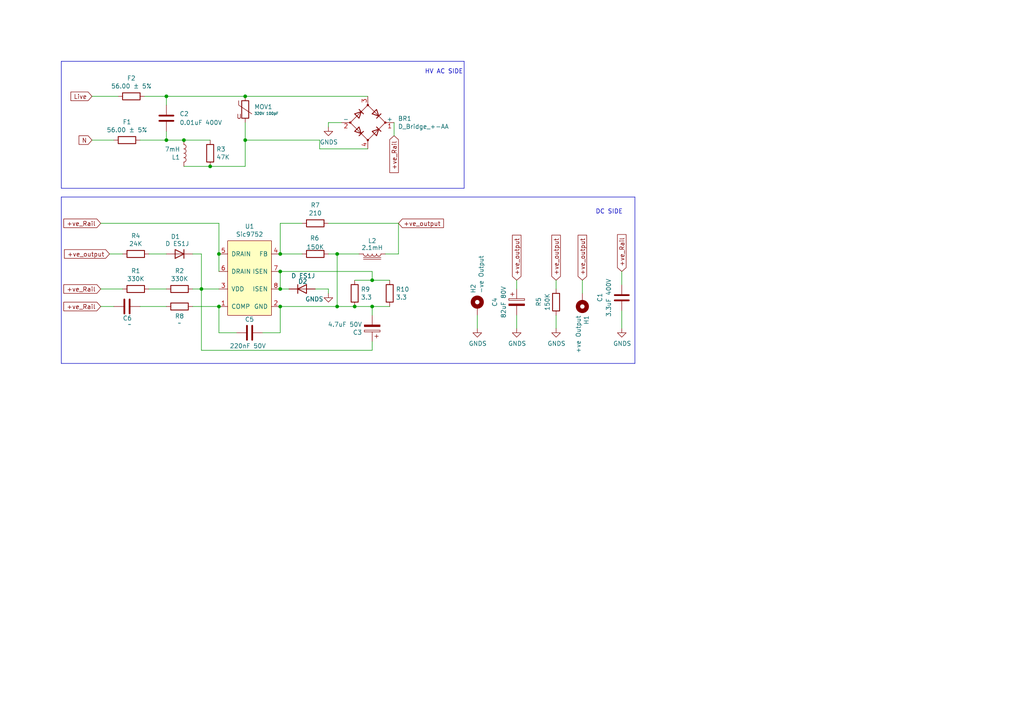
<source format=kicad_sch>
(kicad_sch (version 20230121) (generator eeschema)
  (paper "A4")
  (lib_symbols
    (symbol "Device:C" (pin_numbers hide) (pin_names (offset 0.254))
      (property "Reference" "C" (at 0.635 2.54 0))
      (property "Value" "C" (at 0.635 -2.54 0))
      (symbol "C_0_1"
        (polyline (pts (xy -2.032 -0.762) (xy 2.032 -0.762)) (stroke (width 0.508)))
        (polyline (pts (xy -2.032 0.762) (xy 2.032 0.762)) (stroke (width 0.508)))
      )
      (symbol "C_1_1"
        (pin passive line (at 0 3.81 270) (length 2.794) (name "~") (number "1"))
        (pin passive line (at 0 -3.81 90) (length 2.794) (name "~") (number "2"))
      )
    )
    (symbol "Device:C_Polarized" (pin_numbers hide) (pin_names (offset 0.254))
      (property "Reference" "C" (at 0.635 2.54 0))
      (property "Value" "C_Polarized" (at 0.635 -2.54 0))
      (symbol "C_Polarized_0_1"
        (rectangle (start -2.286 0.508) (end 2.286 1.016))
        (polyline (pts (xy -1.778 2.286) (xy -0.762 2.286)))
        (polyline (pts (xy -1.27 2.794) (xy -1.27 1.778)))
        (rectangle (start 2.286 -0.508) (end -2.286 -1.016) (fill (type outline)))
      )
      (symbol "C_Polarized_1_1"
        (pin passive line (at 0 3.81 270) (length 2.794) (name "~") (number "1"))
        (pin passive line (at 0 -3.81 90) (length 2.794) (name "~") (number "2"))
      )
    )
    (symbol "Device:D" (pin_numbers hide) (pin_names (offset 1.016) hide)
      (property "Reference" "D" (at 0 2.54 0))
      (property "Value" "D" (at 0 -2.54 0))
      (symbol "D_0_1"
        (polyline (pts (xy -1.27 1.27) (xy -1.27 -1.27)) (stroke (width 0.254)))
        (polyline (pts (xy 1.27 0) (xy -1.27 0)))
        (polyline (pts (xy 1.27 1.27) (xy 1.27 -1.27) (xy -1.27 0) (xy 1.27 1.27)) (stroke (width 0.254)))
      )
      (symbol "D_1_1"
        (pin passive line (at -3.81 0 0) (length 2.54) (name "K") (number "1"))
        (pin passive line (at 3.81 0 180) (length 2.54) (name "A") (number "2"))
      )
    )
    (symbol "Device:D_Bridge_+-AA" (pin_names (offset 0))
      (property "Reference" "D" (at 2.54 6.985 0))
      (property "Value" "D_Bridge_+-AA" (at 2.54 5.08 0))
      (symbol "D_Bridge_+-AA_0_1"
        (circle (center -5.08 0) (radius 0.254) (fill (type outline)))
        (circle (center 0 -5.08) (radius 0.254) (fill (type outline)))
        (polyline (pts (xy -2.54 3.81) (xy -1.27 2.54)) (stroke (width 0.254)))
        (polyline (pts (xy -1.27 -2.54) (xy -2.54 -3.81)) (stroke (width 0.254)))
        (polyline (pts (xy 2.54 -1.27) (xy 3.81 -2.54)) (stroke (width 0.254)))
        (polyline (pts (xy 2.54 1.27) (xy 3.81 2.54)) (stroke (width 0.254)))
        (polyline (pts (xy -3.81 2.54) (xy -2.54 1.27) (xy -1.905 3.175) (xy -3.81 2.54)) (stroke (width 0.254)))
        (polyline (pts (xy -2.54 -1.27) (xy -3.81 -2.54) (xy -1.905 -3.175) (xy -2.54 -1.27)) (stroke (width 0.254)))
        (polyline (pts (xy 1.27 2.54) (xy 2.54 3.81) (xy 3.175 1.905) (xy 1.27 2.54)) (stroke (width 0.254)))
        (polyline (pts (xy 3.175 -1.905) (xy 1.27 -2.54) (xy 2.54 -3.81) (xy 3.175 -1.905)) (stroke (width 0.254)))
        (polyline (pts (xy -5.08 0) (xy 0 -5.08) (xy 5.08 0) (xy 0 5.08) (xy -5.08 0)))
        (circle (center 0 5.08) (radius 0.254) (fill (type outline)))
        (circle (center 5.08 0) (radius 0.254) (fill (type outline)))
      )
      (symbol "D_Bridge_+-AA_1_1"
        (pin passive line (at 7.62 0 180) (length 2.54) (name "+") (number "1"))
        (pin passive line (at -7.62 0 0) (length 2.54) (name "-") (number "2"))
        (pin passive line (at 0 7.62 270) (length 2.54) (name "~") (number "3"))
        (pin passive line (at 0 -7.62 90) (length 2.54) (name "~") (number "4"))
      )
    )
    (symbol "Device:L" (pin_numbers hide) (pin_names (offset 1.016) hide)
      (property "Reference" "L" (at -1.27 0 90))
      (property "Value" "L" (at 1.905 0 90))
      (symbol "L_0_1"
        (arc (start 0 -2.54) (mid 0.6323 -1.905) (end 0 -1.27))
        (arc (start 0 -1.27) (mid 0.6323 -0.635) (end 0 0))
        (arc (start 0 0) (mid 0.6323 0.635) (end 0 1.27))
        (arc (start 0 1.27) (mid 0.6323 1.905) (end 0 2.54))
      )
      (symbol "L_1_1"
        (pin passive line (at 0 3.81 270) (length 1.27) (name "1") (number "1"))
        (pin passive line (at 0 -3.81 90) (length 1.27) (name "2") (number "2"))
      )
    )
    (symbol "Device:L_Iron" (pin_numbers hide) (pin_names (offset 1.016) hide)
      (property "Reference" "L" (at -1.27 0 90))
      (property "Value" "L_Iron" (at 2.794 0 90))
      (symbol "L_Iron_0_1"
        (arc (start 0 -2.54) (mid 0.6323 -1.905) (end 0 -1.27))
        (arc (start 0 -1.27) (mid 0.6323 -0.635) (end 0 0))
        (polyline (pts (xy 1.016 2.54) (xy 1.016 -2.54)))
        (polyline (pts (xy 1.524 -2.54) (xy 1.524 2.54)))
        (arc (start 0 0) (mid 0.6323 0.635) (end 0 1.27))
        (arc (start 0 1.27) (mid 0.6323 1.905) (end 0 2.54))
      )
      (symbol "L_Iron_1_1"
        (pin passive line (at 0 3.81 270) (length 1.27) (name "1") (number "1"))
        (pin passive line (at 0 -3.81 90) (length 1.27) (name "2") (number "2"))
      )
    )
    (symbol "Device:R" (pin_numbers hide) (pin_names (offset 0))
      (property "Reference" "R" (at 2.032 0 90))
      (property "Value" "R" (at 0 0 90))
      (symbol "R_0_1"
        (rectangle (start -1.016 -2.54) (end 1.016 2.54) (stroke (width 0.254)))
      )
      (symbol "R_1_1"
        (pin passive line (at 0 3.81 270) (length 1.27) (name "~") (number "1"))
        (pin passive line (at 0 -3.81 90) (length 1.27) (name "~") (number "2"))
      )
    )
    (symbol "Device:Varistor" (pin_numbers hide) (pin_names (offset 0))
      (property "Reference" "RV" (at 3.175 0 90))
      (property "Value" "Varistor" (at -3.175 0 90))
      (symbol "Varistor_0_0"
        (text "U" (at -1.778 -2.032 0) (effects (font (size 1.27 1.27))))
      )
      (symbol "Varistor_0_1"
        (rectangle (start -1.016 -2.54) (end 1.016 2.54) (stroke (width 0.254)))
        (polyline (pts (xy -1.905 2.54) (xy -1.905 1.27) (xy 1.905 -1.27)))
      )
      (symbol "Varistor_1_1"
        (pin passive line (at 0 3.81 270) (length 1.27) (name "~") (number "1"))
        (pin passive line (at 0 -3.81 90) (length 1.27) (name "~") (number "2"))
      )
    )
    (symbol "LED Driver:Sic9752" (pin_names (offset 1.016))
      (property "Reference" "U" (at 0 -13.97 0))
      (property "Value" "Sic9752" (at 0 12.7 0))
      (symbol "Sic9752_1_1"
        (rectangle (start -6.35 10.16) (end 6.35 -11.43) (fill (type background)))
        (pin passive line (at -8.89 -8.89 0) (length 2.54) (name "COMP") (number "1"))
        (pin passive line (at 8.89 -8.89 180) (length 2.54) (name "GND") (number "2"))
        (pin passive line (at -8.89 -3.81 0) (length 2.54) (name "VDD") (number "3"))
        (pin passive line (at 8.89 6.35 180) (length 2.54) (name "FB") (number "4"))
        (pin passive line (at -8.89 6.35 0) (length 2.54) (name "DRAIN") (number "5"))
        (pin passive line (at -8.89 1.27 0) (length 2.54) (name "DRAIN") (number "6"))
        (pin passive line (at 8.89 1.27 180) (length 2.54) (name "ISEN") (number "7"))
        (pin passive line (at 8.89 -3.81 180) (length 2.54) (name "ISEN") (number "8"))
      )
    )
    (symbol "Mechanical:MountingHole_Pad" (pin_numbers hide) (pin_names (offset 1.016) hide)
      (property "Reference" "H" (at 0 6.35 0))
      (property "Value" "MountingHole_Pad" (at 0 4.445 0))
      (symbol "MountingHole_Pad_0_1"
        (circle (center 0 1.27) (radius 1.27) (stroke (width 1.27)))
      )
      (symbol "MountingHole_Pad_1_1"
        (pin input line (at 0 -2.54 90) (length 2.54) (name "1") (number "1"))
      )
    )
    (symbol "power:GNDS" (power) (pin_names (offset 0))
      (property "Value" "GNDS" (at 0 -3.81 0))
      (symbol "GNDS_0_1"
        (polyline (pts (xy 0 0) (xy 0 -1.27) (xy 1.27 -1.27) (xy 0 -2.54) (xy -1.27 -1.27) (xy 0 -1.27)))
      )
      (symbol "GNDS_1_1"
        (pin power_in line (at 0 0 270) (length 0) hide (name "GNDS") (number "1"))
      )
    )
  )
  (junction (at 48.26 27.94))
  (junction (at 81.28 83.82))
  (junction (at 63.5 88.9))
  (junction (at 48.26 40.64))
  (junction (at 60.96 48.26))
  (junction (at 107.95 88.9))
  (junction (at 71.12 27.94))
  (junction (at 107.95 81.28))
  (junction (at 58.42 83.82))
  (junction (at 97.79 73.66))
  (junction (at 81.28 78.74))
  (junction (at 97.79 88.9))
  (junction (at 81.28 88.9))
  (junction (at 102.87 88.9))
  (junction (at 81.28 73.66))
  (junction (at 53.34 40.64))
  (junction (at 71.12 40.64))
  (junction (at 63.5 73.66))
  (wire (pts (xy 34.29 27.94) (xy 26.67 27.94)))
  (wire (pts (xy 81.28 73.66) (xy 87.63 73.66)))
  (wire (pts (xy 97.79 88.9) (xy 102.87 88.9)))
  (wire (pts (xy 58.42 83.82) (xy 58.42 101.6)))
  (wire (pts (xy 114.3 39.37) (xy 114.3 35.56)))
  (wire (pts (xy 149.86 81.28) (xy 149.86 83.82)))
  (wire (pts (xy 63.5 96.52) (xy 68.58 96.52)))
  (wire (pts (xy 71.12 40.64) (xy 92.71 40.64)))
  (wire (pts (xy 31.75 73.66) (xy 35.56 73.66)))
  (polyline (pts (xy 17.78 17.78) (xy 134.62 17.78)))
  (wire (pts (xy 161.29 81.28) (xy 161.29 83.82)))
  (wire (pts (xy 180.34 90.17) (xy 180.34 95.25)))
  (wire (pts (xy 43.18 83.82) (xy 48.26 83.82)))
  (wire (pts (xy 58.42 73.66) (xy 58.42 83.82)))
  (wire (pts (xy 81.28 64.77) (xy 81.28 73.66)))
  (wire (pts (xy 92.71 43.18) (xy 106.68 43.18)))
  (wire (pts (xy 53.34 48.26) (xy 60.96 48.26)))
  (wire (pts (xy 161.29 91.44) (xy 161.29 95.25)))
  (wire (pts (xy 107.95 88.9) (xy 107.95 91.44)))
  (wire (pts (xy 99.06 35.56) (xy 95.25 35.56)))
  (wire (pts (xy 41.91 27.94) (xy 48.26 27.94)))
  (wire (pts (xy 29.21 64.77) (xy 63.5 64.77)))
  (wire (pts (xy 35.56 83.82) (xy 29.21 83.82)))
  (wire (pts (xy 55.88 73.66) (xy 58.42 73.66)))
  (wire (pts (xy 63.5 64.77) (xy 63.5 73.66)))
  (wire (pts (xy 83.82 83.82) (xy 81.28 83.82)))
  (wire (pts (xy 48.26 38.1) (xy 48.26 40.64)))
  (wire (pts (xy 71.12 35.56) (xy 71.12 40.64)))
  (polyline (pts (xy 17.78 57.15) (xy 17.78 105.41)))
  (wire (pts (xy 40.64 40.64) (xy 48.26 40.64)))
  (wire (pts (xy 58.42 101.6) (xy 107.95 101.6)))
  (polyline (pts (xy 184.15 105.41) (xy 184.15 57.15)))
  (wire (pts (xy 95.25 64.77) (xy 115.57 64.77)))
  (wire (pts (xy 76.2 96.52) (xy 81.28 96.52)))
  (wire (pts (xy 97.79 73.66) (xy 97.79 88.9)))
  (wire (pts (xy 63.5 88.9) (xy 63.5 96.52)))
  (wire (pts (xy 55.88 83.82) (xy 58.42 83.82)))
  (polyline (pts (xy 134.62 54.61) (xy 17.78 54.61)))
  (wire (pts (xy 95.25 83.82) (xy 95.25 85.09)))
  (wire (pts (xy 168.91 81.28) (xy 168.91 85.09)))
  (wire (pts (xy 81.28 88.9) (xy 81.28 96.52)))
  (wire (pts (xy 180.34 78.74) (xy 180.34 82.55)))
  (wire (pts (xy 107.95 88.9) (xy 113.03 88.9)))
  (wire (pts (xy 95.25 73.66) (xy 97.79 73.66)))
  (polyline (pts (xy 17.78 57.15) (xy 184.15 57.15)))
  (wire (pts (xy 81.28 88.9) (xy 97.79 88.9)))
  (wire (pts (xy 107.95 78.74) (xy 107.95 81.28)))
  (polyline (pts (xy 17.78 54.61) (xy 17.78 17.78)))
  (wire (pts (xy 97.79 73.66) (xy 104.14 73.66)))
  (wire (pts (xy 92.71 40.64) (xy 92.71 43.18)))
  (wire (pts (xy 115.57 73.66) (xy 115.57 64.77)))
  (wire (pts (xy 71.12 48.26) (xy 71.12 40.64)))
  (wire (pts (xy 149.86 91.44) (xy 149.86 95.25)))
  (wire (pts (xy 107.95 99.06) (xy 107.95 101.6)))
  (wire (pts (xy 43.18 73.66) (xy 48.26 73.66)))
  (wire (pts (xy 48.26 27.94) (xy 71.12 27.94)))
  (wire (pts (xy 60.96 48.26) (xy 71.12 48.26)))
  (wire (pts (xy 58.42 83.82) (xy 63.5 83.82)))
  (wire (pts (xy 81.28 78.74) (xy 81.28 83.82)))
  (wire (pts (xy 81.28 78.74) (xy 107.95 78.74)))
  (wire (pts (xy 48.26 27.94) (xy 48.26 30.48)))
  (wire (pts (xy 53.34 40.64) (xy 60.96 40.64)))
  (polyline (pts (xy 134.62 17.78) (xy 134.62 54.61)))
  (wire (pts (xy 111.76 73.66) (xy 115.57 73.66)))
  (wire (pts (xy 91.44 83.82) (xy 95.25 83.82)))
  (wire (pts (xy 102.87 81.28) (xy 107.95 81.28)))
  (wire (pts (xy 63.5 73.66) (xy 63.5 78.74)))
  (wire (pts (xy 26.67 40.64) (xy 33.02 40.64)))
  (wire (pts (xy 33.02 88.9) (xy 29.21 88.9)))
  (wire (pts (xy 102.87 88.9) (xy 107.95 88.9)))
  (wire (pts (xy 40.64 88.9) (xy 48.26 88.9)))
  (wire (pts (xy 81.28 64.77) (xy 87.63 64.77)))
  (polyline (pts (xy 17.78 105.41) (xy 184.15 105.41)))
  (wire (pts (xy 95.25 35.56) (xy 95.25 36.83)))
  (wire (pts (xy 71.12 27.94) (xy 106.68 27.94)))
  (wire (pts (xy 55.88 88.9) (xy 63.5 88.9)))
  (wire (pts (xy 107.95 81.28) (xy 113.03 81.28)))
  (wire (pts (xy 48.26 40.64) (xy 53.34 40.64)))
  (wire (pts (xy 138.43 95.25) (xy 138.43 91.44)))
  (text "HV AC SIDE" (at 123.19 21.59 0) (effects (font (size 1.27 1.27)) (justify left bottom)))
  (text "DC SIDE" (at 172.72 62.23 0) (effects (font (size 1.27 1.27)) (justify left bottom)))
  (global_label "Live" (shape input) (at 26.67 27.94 180) (property "Intersheetrefs" "${INTERSHEET_REFS}" (effects hide)))
  (global_label "+ve_Rail" (shape input) (at 29.21 88.9 180) (property "Intersheetrefs" "${INTERSHEET_REFS}" (effects hide)))
  (global_label "+ve_output" (shape input) (at 115.57 64.77 0) (property "Intersheetrefs" "${INTERSHEET_REFS}" (effects hide)))
  (global_label "+ve_output" (shape input) (at 168.91 81.28 90) (property "Intersheetrefs" "${INTERSHEET_REFS}" (effects hide)))
  (global_label "+ve_Rail" (shape input) (at 29.21 83.82 180) (property "Intersheetrefs" "${INTERSHEET_REFS}" (effects hide)))
  (global_label "+ve_output" (shape input) (at 161.29 81.28 90) (property "Intersheetrefs" "${INTERSHEET_REFS}" (effects hide)))
  (global_label "+ve_Rail" (shape input) (at 180.34 78.74 90) (property "Intersheetrefs" "${INTERSHEET_REFS}" (effects hide)))
  (global_label "N" (shape input) (at 26.67 40.64 180) (property "Intersheetrefs" "${INTERSHEET_REFS}" (effects hide)))
  (global_label "+ve_Rail" (shape input) (at 114.3 39.37 270) (property "Intersheetrefs" "${INTERSHEET_REFS}" (effects hide)))
  (global_label "+ve_output" (shape input) (at 31.75 73.66 180) (property "Intersheetrefs" "${INTERSHEET_REFS}" (effects hide)))
  (global_label "+ve_output" (shape input) (at 149.86 81.28 90) (property "Intersheetrefs" "${INTERSHEET_REFS}" (effects hide)))
  (global_label "+ve_Rail" (shape input) (at 29.21 64.77 180) (property "Intersheetrefs" "${INTERSHEET_REFS}" (effects hide)))
  (symbol (lib_id "Device:C") (at 48.26 34.29 180) (unit 1)
    (property "Reference" "C2" (at 52.07 33.02 0) (effects (justify right)))
    (property "Value" "0.01uF 400V" (at 52.07 35.56 0) (effects (justify right)))
    (property "Footprint" "Capacitor_THT:C_Disc_D11.0mm_W5.0mm_P10.00mm" (effects hide))
  )
  (symbol (lib_id "Device:R") (at 38.1 27.94 270) (unit 1)
    (property "Reference" "F2" (at 38.1 22.6822 90))
    (property "Value" "56.00 ± 5%" (at 38.1 24.9936 90))
    (property "Footprint" "Resistor_THT:R_Axial_DIN0411_L9.9mm_D3.6mm_P12.70mm_Horizontal" (effects hide))
  )
  (symbol (lib_id "Device:D_Bridge_+-AA") (at 106.68 35.56 0) (unit 1)
    (property "Reference" "BR1" (at 115.4176 34.3916 0) (effects (justify left)))
    (property "Value" "D_Bridge_+-AA" (at 115.4176 36.703 0) (effects (justify left)))
    (property "Footprint" "Diode_SMD:Diode_Bridge_Diotec_ABS" (effects hide))
  )
  (symbol (lib_id "Device:R") (at 36.83 40.64 270) (unit 1)
    (property "Reference" "F1" (at 36.83 35.3822 90))
    (property "Value" "56.00 ± 5%" (at 36.83 37.6936 90))
    (property "Footprint" "Resistor_THT:R_Axial_DIN0411_L9.9mm_D3.6mm_P12.70mm_Horizontal" (effects hide))
  )
  (symbol (lib_id "Device:L") (at 53.34 44.45 0) (unit 1)
    (property "Reference" "L1" (at 52.2478 45.6184 0) (effects (justify right)))
    (property "Value" "7mH" (at 52.2478 43.307 0) (effects (justify right)))
    (property "Footprint" "Inductor_THT:L_Radial_D7.0mm_P3.00mm" (effects hide))
  )
  (symbol (lib_id "Device:R") (at 60.96 44.45 0) (unit 1)
    (property "Reference" "R3" (at 62.738 43.2816 0) (effects (justify left)))
    (property "Value" "47K" (at 62.738 45.593 0) (effects (justify left)))
    (property "Footprint" "Resistor_SMD:R_0805_2012Metric" (effects hide))
  )
  (symbol (lib_id "Device:Varistor") (at 71.12 31.75 0) (unit 1)
    (property "Reference" "MOV1" (at 73.7362 30.988 0) (effects (justify left)))
    (property "Value" "320V 100pF" (at 73.7362 32.9184 0) (effects (font (size 0.762 0.762)) (justify left)))
    (property "Footprint" "Varistor:RV_Disc_D9mm_W4.8mm_P5mm" (effects hide))
  )
  (symbol (lib_id "LED Driver:Sic9752") (at 72.39 80.01 0) (unit 1)
    (property "Reference" "U1" (at 72.39 65.659 0))
    (property "Value" "Sic9752" (at 72.39 67.9704 0))
    (property "Footprint" "Package_SO:SOIC-8_3.9x4.9mm_P1.27mm" (effects hide))
  )
  (symbol (lib_id "Device:C") (at 180.34 86.36 0) (unit 1)
    (property "Reference" "C1" (at 173.99 87.63 90) (effects (justify left)))
    (property "Value" "3.3uF 400V" (at 176.53 86.36 90))
    (property "Footprint" "Capacitor_THT:C_Rect_L11.0mm_W7.3mm_P10.00mm_MKT" (effects hide))
  )
  (symbol (lib_id "power:GNDS") (at 180.34 95.25 0) (unit 1)
    (property "Reference" "#PWR0103" (effects hide))
    (property "Value" "GNDS" (at 180.467 99.6442 0))
  )
  (symbol (lib_id "power:GNDS") (at 95.25 36.83 0) (unit 1)
    (property "Reference" "#PWR0106" (effects hide))
    (property "Value" "GNDS" (at 95.377 41.2242 0))
  )
  (symbol (lib_id "power:GNDS") (at 161.29 95.25 0) (unit 1)
    (property "Reference" "#PWR0102" (effects hide))
    (property "Value" "GNDS" (at 161.417 99.6442 0))
  )
  (symbol (lib_id "Device:R") (at 52.07 83.82 90) (unit 1)
    (property "Reference" "R2" (at 52.07 78.5622 90))
    (property "Value" "330K" (at 52.07 80.8736 90))
    (property "Footprint" "Resistor_SMD:R_0805_2012Metric" (effects hide))
  )
  (symbol (lib_id "Device:R") (at 39.37 83.82 90) (unit 1)
    (property "Reference" "R1" (at 39.37 78.5622 90))
    (property "Value" "330K" (at 39.37 80.8736 90))
    (property "Footprint" "Resistor_SMD:R_0805_2012Metric" (effects hide))
  )
  (symbol (lib_id "Device:R") (at 113.03 85.09 0) (unit 1)
    (property "Reference" "R10" (at 114.808 83.9216 0) (effects (justify left)))
    (property "Value" "3.3" (at 114.808 86.233 0) (effects (justify left)))
    (property "Footprint" "Resistor_SMD:R_0805_2012Metric" (effects hide))
  )
  (symbol (lib_id "Device:R") (at 102.87 85.09 0) (unit 1)
    (property "Reference" "R9" (at 104.648 83.9216 0) (effects (justify left)))
    (property "Value" "3.3" (at 104.648 86.233 0) (effects (justify left)))
    (property "Footprint" "Resistor_SMD:R_0805_2012Metric" (effects hide))
  )
  (symbol (lib_id "Device:C_Polarized") (at 107.95 95.25 180) (unit 1)
    (property "Reference" "C3" (at 105.029 96.4184 0) (effects (justify left)))
    (property "Value" "4.7uF 50V" (at 105.029 94.107 0) (effects (justify left)))
    (property "Footprint" "Capacitor_THT:CP_Radial_D5.0mm_P2.00mm" (effects hide))
  )
  (symbol (lib_id "Device:C") (at 72.39 96.52 270) (unit 1)
    (property "Reference" "C5" (at 72.3646 92.6338 90))
    (property "Value" "220nF 50V" (at 71.882 99.6188 90) (effects (justify top)))
    (property "Footprint" "Capacitor_SMD:C_0603_1608Metric" (effects hide))
  )
  (symbol (lib_id "Device:R") (at 52.07 88.9 90) (unit 1)
    (property "Reference" "R8" (at 52.07 91.694 90))
    (property "Value" "~" (at 52.07 93.7006 90))
    (property "Footprint" "Resistor_SMD:R_0805_2012Metric" (effects hide))
  )
  (symbol (lib_id "Device:C") (at 36.83 88.9 270) (unit 1)
    (property "Reference" "C6" (at 35.5854 92.3036 90) (effects (justify left)))
    (property "Value" "~" (at 37.592 94.0816 90))
    (property "Footprint" "Capacitor_THT:C_Disc_D6.0mm_W4.4mm_P5.00mm" (effects hide))
  )
  (symbol (lib_id "Mechanical:MountingHole_Pad") (at 138.43 88.9 0) (unit 1)
    (property "Reference" "H2" (at 137.2616 85.09 90) (effects (justify left)))
    (property "Value" "-ve Output" (at 139.573 85.09 90) (effects (justify left)))
    (property "Footprint" "9W LED driver:Pad" (effects hide))
  )
  (symbol (lib_id "Mechanical:MountingHole_Pad") (at 168.91 87.63 180) (unit 1)
    (property "Reference" "H1" (at 170.0784 91.44 90) (effects (justify left)))
    (property "Value" "+ve Output" (at 167.767 91.44 90) (effects (justify left)))
    (property "Footprint" "9W LED driver:Pad" (effects hide))
  )
  (symbol (lib_id "Device:R") (at 161.29 87.63 0) (unit 1)
    (property "Reference" "R5" (at 156.21 88.9 90) (effects (justify left)))
    (property "Value" "150K" (at 158.75 90.17 90) (effects (justify left)))
    (property "Footprint" "Resistor_SMD:R_0805_2012Metric" (effects hide))
  )
  (symbol (lib_id "Device:C_Polarized") (at 149.86 87.63 0) (unit 1)
    (property "Reference" "C4" (at 143.51 87.63 90))
    (property "Value" "82uF 80V" (at 146.05 87.63 90))
    (property "Footprint" "Capacitor_THT:CP_Radial_D10.0mm_P7.50mm" (effects hide))
  )
  (symbol (lib_id "power:GNDS") (at 138.43 95.25 0) (unit 1)
    (property "Reference" "#PWR0104" (effects hide))
    (property "Value" "GNDS" (at 138.557 99.6442 0))
  )
  (symbol (lib_id "power:GNDS") (at 149.86 95.25 0) (unit 1)
    (property "Reference" "#PWR0101" (effects hide))
    (property "Value" "GNDS" (at 149.987 99.6442 0))
  )
  (symbol (lib_id "Device:R") (at 39.37 73.66 90) (unit 1)
    (property "Reference" "R4" (at 39.37 68.4022 90))
    (property "Value" "24K" (at 39.37 70.7136 90))
    (property "Footprint" "Resistor_SMD:R_0805_2012Metric" (effects hide))
  )
  (symbol (lib_id "Device:D") (at 52.07 73.66 180) (unit 1)
    (property "Reference" "D1" (at 52.2224 68.6308 0) (effects (justify left)))
    (property "Value" "D ES1J" (at 54.9148 70.6882 0) (effects (justify left)))
    (property "Footprint" "9W LED driver:DIOM5227X250N" (effects hide))
  )
  (symbol (lib_id "power:GNDS") (at 95.25 85.09 0) (unit 1)
    (property "Reference" "#PWR0105" (effects hide))
    (property "Value" "GNDS" (at 88.519 87.4776 0) (effects (justify left bottom)))
  )
  (symbol (lib_id "Device:D") (at 87.63 83.82 0) (unit 1)
    (property "Reference" "D2" (at 87.8078 81.6356 0))
    (property "Value" "D ES1J" (at 91.44 80.01 0) (effects (justify right)))
    (property "Footprint" "9W LED driver:DIOM5227X250N" (effects hide))
  )
  (symbol (lib_id "Device:R") (at 91.44 73.66 90) (unit 1)
    (property "Reference" "R6" (at 91.2622 68.3514 90) (effects (justify bottom)))
    (property "Value" "150K" (at 91.44 72.39 90) (effects (justify top)))
    (property "Footprint" "Resistor_SMD:R_0805_2012Metric" (effects hide))
  )
  (symbol (lib_id "Device:L_Iron") (at 107.95 73.66 270) (unit 1)
    (property "Reference" "L2" (at 107.95 69.85 90))
    (property "Value" "2.1mH" (at 107.95 71.12 90) (effects (justify top)))
    (property "Footprint" "9W LED driver:Inductor_Transformer" (effects hide))
  )
  (symbol (lib_id "Device:R") (at 91.44 64.77 90) (unit 1)
    (property "Reference" "R7" (at 91.44 59.5122 90))
    (property "Value" "210" (at 91.44 61.8236 90))
    (property "Footprint" "Resistor_SMD:R_0805_2012Metric" (effects hide))
  )
)
</source>
